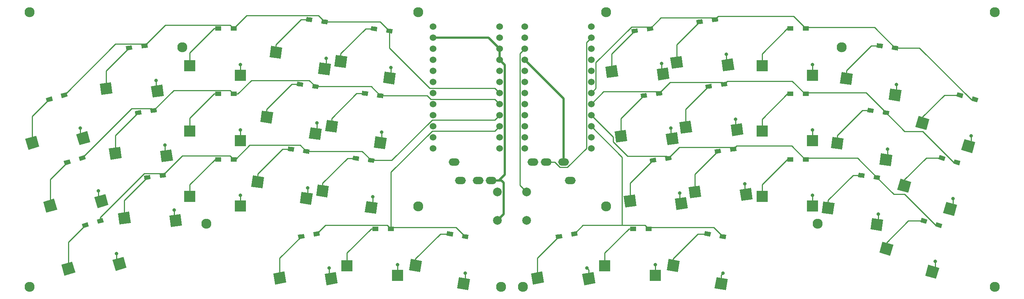
<source format=gbr>
%TF.GenerationSoftware,KiCad,Pcbnew,(5.1.9)-1*%
%TF.CreationDate,2021-03-06T17:12:20-05:00*%
%TF.ProjectId,ya36,79613336-2e6b-4696-9361-645f70636258,rev?*%
%TF.SameCoordinates,Original*%
%TF.FileFunction,Copper,L2,Bot*%
%TF.FilePolarity,Positive*%
%FSLAX46Y46*%
G04 Gerber Fmt 4.6, Leading zero omitted, Abs format (unit mm)*
G04 Created by KiCad (PCBNEW (5.1.9)-1) date 2021-03-06 17:12:20*
%MOMM*%
%LPD*%
G01*
G04 APERTURE LIST*
%TA.AperFunction,ComponentPad*%
%ADD10O,2.500000X1.700000*%
%TD*%
%TA.AperFunction,ComponentPad*%
%ADD11C,2.000000*%
%TD*%
%TA.AperFunction,ComponentPad*%
%ADD12C,1.524000*%
%TD*%
%TA.AperFunction,ComponentPad*%
%ADD13C,2.300000*%
%TD*%
%TA.AperFunction,SMDPad,CuDef*%
%ADD14R,2.600000X2.600000*%
%TD*%
%TA.AperFunction,ComponentPad*%
%ADD15C,0.800000*%
%TD*%
%TA.AperFunction,SMDPad,CuDef*%
%ADD16C,0.100000*%
%TD*%
%TA.AperFunction,SMDPad,CuDef*%
%ADD17R,1.400000X1.000000*%
%TD*%
%TA.AperFunction,Conductor*%
%ADD18C,0.250000*%
%TD*%
%TA.AperFunction,Conductor*%
%ADD19C,0.500000*%
%TD*%
G04 APERTURE END LIST*
D10*
%TO.P,J1,A*%
%TO.N,Net-(J1-PadA)*%
X139200000Y-86400000D03*
%TO.P,J1,D*%
%TO.N,VCC*%
X140700000Y-90600000D03*
%TO.P,J1,C*%
%TO.N,DATA*%
X144700000Y-90600000D03*
%TO.P,J1,B*%
%TO.N,GND*%
X147700000Y-90600000D03*
%TD*%
%TO.P,J2,A*%
%TO.N,Net-(J2-PadA)*%
X165800000Y-90600000D03*
%TO.P,J2,D*%
%TO.N,VDD*%
X164300000Y-86400000D03*
%TO.P,J2,C*%
%TO.N,DATAR*%
X160300000Y-86400000D03*
%TO.P,J2,B*%
%TO.N,GND1*%
X157300000Y-86400000D03*
%TD*%
D11*
%TO.P,SWRST2,1*%
%TO.N,RESETR*%
X155850000Y-93250000D03*
%TO.P,SWRST2,2*%
%TO.N,GND1*%
X155850000Y-99750000D03*
%TD*%
%TO.P,SWRST1,2*%
%TO.N,GND*%
X149150000Y-99750000D03*
%TO.P,SWRST1,1*%
%TO.N,RESET*%
X149150000Y-93250000D03*
%TD*%
D12*
%TO.P,U2,24*%
%TO.N,Net-(U2-Pad24)*%
X155391400Y-55272000D03*
%TO.P,U2,23*%
%TO.N,GND1*%
X155391400Y-57812000D03*
%TO.P,U2,22*%
%TO.N,RESETR*%
X155391400Y-60352000D03*
%TO.P,U2,21*%
%TO.N,VDD*%
X155391400Y-62892000D03*
%TO.P,U2,20*%
%TO.N,Net-(U2-Pad20)*%
X155391400Y-65432000D03*
%TO.P,U2,19*%
%TO.N,COL5R*%
X155391400Y-67972000D03*
%TO.P,U2,18*%
%TO.N,COL4R*%
X155391400Y-70512000D03*
%TO.P,U2,17*%
%TO.N,COL3R*%
X155391400Y-73052000D03*
%TO.P,U2,16*%
%TO.N,COL2R*%
X155391400Y-75592000D03*
%TO.P,U2,15*%
%TO.N,COL1R*%
X155391400Y-78132000D03*
%TO.P,U2,14*%
%TO.N,Net-(U2-Pad14)*%
X155391400Y-80672000D03*
%TO.P,U2,13*%
%TO.N,Net-(U2-Pad13)*%
X155391400Y-83212000D03*
%TO.P,U2,12*%
%TO.N,Net-(U2-Pad12)*%
X170611400Y-83212000D03*
%TO.P,U2,11*%
%TO.N,Net-(U2-Pad11)*%
X170611400Y-80672000D03*
%TO.P,U2,10*%
%TO.N,ROW4R*%
X170611400Y-78132000D03*
%TO.P,U2,9*%
%TO.N,ROW3R*%
X170611400Y-75592000D03*
%TO.P,U2,8*%
%TO.N,ROW2R*%
X170611400Y-73052000D03*
%TO.P,U2,7*%
%TO.N,ROW1R*%
X170611400Y-70512000D03*
%TO.P,U2,6*%
%TO.N,Net-(U2-Pad6)*%
X170611400Y-67972000D03*
%TO.P,U2,5*%
%TO.N,Net-(U2-Pad5)*%
X170611400Y-65432000D03*
%TO.P,U2,4*%
%TO.N,GND1*%
X170611400Y-62892000D03*
%TO.P,U2,3*%
X170611400Y-60352000D03*
%TO.P,U2,2*%
%TO.N,DATAR*%
X170611400Y-57812000D03*
%TO.P,U2,1*%
%TO.N,Net-(U2-Pad1)*%
X170611400Y-55272000D03*
%TD*%
%TO.P,U1,24*%
%TO.N,Net-(U1-Pad24)*%
X134391400Y-55272000D03*
%TO.P,U1,23*%
%TO.N,GND*%
X134391400Y-57812000D03*
%TO.P,U1,22*%
%TO.N,RESET*%
X134391400Y-60352000D03*
%TO.P,U1,21*%
%TO.N,VCC*%
X134391400Y-62892000D03*
%TO.P,U1,20*%
%TO.N,Net-(U1-Pad20)*%
X134391400Y-65432000D03*
%TO.P,U1,19*%
%TO.N,COL1*%
X134391400Y-67972000D03*
%TO.P,U1,18*%
%TO.N,COL2*%
X134391400Y-70512000D03*
%TO.P,U1,17*%
%TO.N,COL3*%
X134391400Y-73052000D03*
%TO.P,U1,16*%
%TO.N,COL4*%
X134391400Y-75592000D03*
%TO.P,U1,15*%
%TO.N,COL5*%
X134391400Y-78132000D03*
%TO.P,U1,14*%
%TO.N,Net-(U1-Pad14)*%
X134391400Y-80672000D03*
%TO.P,U1,13*%
%TO.N,Net-(U1-Pad13)*%
X134391400Y-83212000D03*
%TO.P,U1,12*%
%TO.N,Net-(U1-Pad12)*%
X149611400Y-83212000D03*
%TO.P,U1,11*%
%TO.N,Net-(U1-Pad11)*%
X149611400Y-80672000D03*
%TO.P,U1,10*%
%TO.N,ROW4*%
X149611400Y-78132000D03*
%TO.P,U1,9*%
%TO.N,ROW3*%
X149611400Y-75592000D03*
%TO.P,U1,8*%
%TO.N,ROW2*%
X149611400Y-73052000D03*
%TO.P,U1,7*%
%TO.N,ROW1*%
X149611400Y-70512000D03*
%TO.P,U1,6*%
%TO.N,Net-(U1-Pad6)*%
X149611400Y-67972000D03*
%TO.P,U1,5*%
%TO.N,Net-(U1-Pad5)*%
X149611400Y-65432000D03*
%TO.P,U1,4*%
%TO.N,GND*%
X149611400Y-62892000D03*
%TO.P,U1,3*%
X149611400Y-60352000D03*
%TO.P,U1,2*%
%TO.N,DATA*%
X149611400Y-57812000D03*
%TO.P,U1,1*%
%TO.N,Net-(U1-Pad1)*%
X149611400Y-55272000D03*
%TD*%
D13*
%TO.P,Ref\u002A\u002A,*%
%TO.N,*%
X263000000Y-52000000D03*
%TD*%
%TO.P,Ref\u002A\u002A,*%
%TO.N,*%
X263000000Y-115000000D03*
%TD*%
%TO.P,Ref\u002A\u002A,*%
%TO.N,*%
X155000000Y-115000000D03*
%TD*%
%TO.P,Ref\u002A\u002A,*%
%TO.N,*%
X222500000Y-100500000D03*
%TD*%
%TO.P,Ref\u002A\u002A,*%
%TO.N,*%
X174000000Y-96500000D03*
%TD*%
%TO.P,Ref\u002A\u002A,*%
%TO.N,*%
X228000000Y-60000000D03*
%TD*%
%TO.P,Ref\u002A\u002A,*%
%TO.N,*%
X174000000Y-52000000D03*
%TD*%
%TO.P,Ref\u002A\u002A,*%
%TO.N,*%
X77000000Y-60000000D03*
%TD*%
%TO.P,Ref\u002A\u002A,*%
%TO.N,*%
X131000000Y-96500000D03*
%TD*%
%TO.P,Ref\u002A\u002A,*%
%TO.N,*%
X82500000Y-100500000D03*
%TD*%
%TO.P,Ref\u002A\u002A,*%
%TO.N,*%
X131000000Y-52000000D03*
%TD*%
%TO.P,Ref\u002A\u002A,*%
%TO.N,*%
X42000000Y-52000000D03*
%TD*%
%TO.P,Ref\u002A\u002A,*%
%TO.N,*%
X42000000Y-115000000D03*
%TD*%
%TO.P,Ref\u002A\u002A,*%
%TO.N,*%
X150000000Y-115000000D03*
%TD*%
D14*
%TO.P,SW13,2*%
%TO.N,Net-(D13-Pad2)*%
X78725000Y-94250000D03*
%TO.P,SW13,1*%
%TO.N,COL3*%
X90275000Y-96450000D03*
D15*
X90275000Y-94000000D03*
%TD*%
%TA.AperFunction,SMDPad,CuDef*%
D16*
%TO.P,SW12,2*%
%TO.N,Net-(D12-Pad2)*%
G36*
X62634893Y-100687458D02*
G01*
X62273042Y-98112761D01*
X64847739Y-97750910D01*
X65209590Y-100325607D01*
X62634893Y-100687458D01*
G37*
%TD.AperFunction*%
%TA.AperFunction,SMDPad,CuDef*%
%TO.P,SW12,1*%
%TO.N,COL2*%
G36*
X74378670Y-101258598D02*
G01*
X74016819Y-98683901D01*
X76591516Y-98322050D01*
X76953367Y-100896747D01*
X74378670Y-101258598D01*
G37*
%TD.AperFunction*%
D15*
X75144119Y-97364167D03*
%TD*%
%TA.AperFunction,SMDPad,CuDef*%
D16*
%TO.P,D19,2*%
%TO.N,Net-(D19-Pad2)*%
G36*
X255853961Y-70738139D02*
G01*
X255578324Y-71699401D01*
X254232557Y-71313509D01*
X254508194Y-70352247D01*
X255853961Y-70738139D01*
G37*
%TD.AperFunction*%
%TA.AperFunction,SMDPad,CuDef*%
%TO.P,D19,1*%
%TO.N,ROW1R*%
G36*
X259266441Y-71716651D02*
G01*
X258990804Y-72677913D01*
X257645037Y-72292021D01*
X257920674Y-71330759D01*
X259266441Y-71716651D01*
G37*
%TD.AperFunction*%
%TD*%
%TA.AperFunction,SMDPad,CuDef*%
%TO.P,D11,2*%
%TO.N,Net-(D11-Pad2)*%
G36*
X55348446Y-100168610D02*
G01*
X55624083Y-101129872D01*
X54278316Y-101515764D01*
X54002679Y-100554502D01*
X55348446Y-100168610D01*
G37*
%TD.AperFunction*%
%TA.AperFunction,SMDPad,CuDef*%
%TO.P,D11,1*%
%TO.N,ROW3*%
G36*
X58760926Y-99190098D02*
G01*
X59036563Y-100151360D01*
X57690796Y-100537252D01*
X57415159Y-99575990D01*
X58760926Y-99190098D01*
G37*
%TD.AperFunction*%
%TD*%
%TA.AperFunction,SMDPad,CuDef*%
%TO.P,SW14,2*%
%TO.N,Net-(D14-Pad2)*%
G36*
X92786168Y-92022292D02*
G01*
X93148019Y-89447595D01*
X95722716Y-89809446D01*
X95360865Y-92384143D01*
X92786168Y-92022292D01*
G37*
%TD.AperFunction*%
%TA.AperFunction,SMDPad,CuDef*%
%TO.P,SW14,1*%
%TO.N,COL4*%
G36*
X103917583Y-95808331D02*
G01*
X104279434Y-93233634D01*
X106854131Y-93595485D01*
X106492280Y-96170182D01*
X103917583Y-95808331D01*
G37*
%TD.AperFunction*%
D15*
X105726831Y-92275751D03*
%TD*%
%TA.AperFunction,SMDPad,CuDef*%
D16*
%TO.P,D27,2*%
%TO.N,Net-(D27-Pad2)*%
G36*
X198146397Y-68450704D02*
G01*
X198285570Y-69440972D01*
X196899195Y-69635814D01*
X196760022Y-68645546D01*
X198146397Y-68450704D01*
G37*
%TD.AperFunction*%
%TA.AperFunction,SMDPad,CuDef*%
%TO.P,D27,1*%
%TO.N,ROW2R*%
G36*
X201661849Y-67956640D02*
G01*
X201801022Y-68946908D01*
X200414647Y-69141750D01*
X200275474Y-68151482D01*
X201661849Y-67956640D01*
G37*
%TD.AperFunction*%
%TD*%
%TA.AperFunction,SMDPad,CuDef*%
%TO.P,D1,2*%
%TO.N,Net-(D1-Pad2)*%
G36*
X47079325Y-71330759D02*
G01*
X47354962Y-72292021D01*
X46009195Y-72677913D01*
X45733558Y-71716651D01*
X47079325Y-71330759D01*
G37*
%TD.AperFunction*%
%TA.AperFunction,SMDPad,CuDef*%
%TO.P,D1,1*%
%TO.N,ROW1*%
G36*
X50491805Y-70352247D02*
G01*
X50767442Y-71313509D01*
X49421675Y-71699401D01*
X49146038Y-70738139D01*
X50491805Y-70352247D01*
G37*
%TD.AperFunction*%
%TD*%
%TA.AperFunction,SMDPad,CuDef*%
%TO.P,D2,2*%
%TO.N,Net-(D2-Pad2)*%
G36*
X65443494Y-59596682D02*
G01*
X65582667Y-60586950D01*
X64196292Y-60781792D01*
X64057119Y-59791524D01*
X65443494Y-59596682D01*
G37*
%TD.AperFunction*%
%TA.AperFunction,SMDPad,CuDef*%
%TO.P,D2,1*%
%TO.N,ROW1*%
G36*
X68958946Y-59102618D02*
G01*
X69098119Y-60092886D01*
X67711744Y-60287728D01*
X67572571Y-59297460D01*
X68958946Y-59102618D01*
G37*
%TD.AperFunction*%
%TD*%
D17*
%TO.P,D3,2*%
%TO.N,Net-(D3-Pad2)*%
X85225000Y-55750000D03*
%TO.P,D3,1*%
%TO.N,ROW1*%
X88775000Y-55750000D03*
%TD*%
%TA.AperFunction,SMDPad,CuDef*%
D16*
%TO.P,D4,2*%
%TO.N,Net-(D4-Pad2)*%
G36*
X106812122Y-53297460D02*
G01*
X106672949Y-54287728D01*
X105286574Y-54092886D01*
X105425747Y-53102618D01*
X106812122Y-53297460D01*
G37*
%TD.AperFunction*%
%TA.AperFunction,SMDPad,CuDef*%
%TO.P,D4,1*%
%TO.N,ROW1*%
G36*
X110327574Y-53791524D02*
G01*
X110188401Y-54781792D01*
X108802026Y-54586950D01*
X108941199Y-53596682D01*
X110327574Y-53791524D01*
G37*
%TD.AperFunction*%
%TD*%
%TA.AperFunction,SMDPad,CuDef*%
%TO.P,D5,2*%
%TO.N,Net-(D5-Pad2)*%
G36*
X121666143Y-55385057D02*
G01*
X121526970Y-56375325D01*
X120140595Y-56180483D01*
X120279768Y-55190215D01*
X121666143Y-55385057D01*
G37*
%TD.AperFunction*%
%TA.AperFunction,SMDPad,CuDef*%
%TO.P,D5,1*%
%TO.N,ROW1*%
G36*
X125181595Y-55879121D02*
G01*
X125042422Y-56869389D01*
X123656047Y-56674547D01*
X123795220Y-55684279D01*
X125181595Y-55879121D01*
G37*
%TD.AperFunction*%
%TD*%
%TA.AperFunction,SMDPad,CuDef*%
%TO.P,D6,2*%
%TO.N,Net-(D6-Pad2)*%
G36*
X51213886Y-85749684D02*
G01*
X51489523Y-86710946D01*
X50143756Y-87096838D01*
X49868119Y-86135576D01*
X51213886Y-85749684D01*
G37*
%TD.AperFunction*%
%TA.AperFunction,SMDPad,CuDef*%
%TO.P,D6,1*%
%TO.N,ROW2*%
G36*
X54626366Y-84771172D02*
G01*
X54902003Y-85732434D01*
X53556236Y-86118326D01*
X53280599Y-85157064D01*
X54626366Y-84771172D01*
G37*
%TD.AperFunction*%
%TD*%
%TA.AperFunction,SMDPad,CuDef*%
%TO.P,D7,2*%
%TO.N,Net-(D7-Pad2)*%
G36*
X67531090Y-74450702D02*
G01*
X67670263Y-75440970D01*
X66283888Y-75635812D01*
X66144715Y-74645544D01*
X67531090Y-74450702D01*
G37*
%TD.AperFunction*%
%TA.AperFunction,SMDPad,CuDef*%
%TO.P,D7,1*%
%TO.N,ROW2*%
G36*
X71046542Y-73956638D02*
G01*
X71185715Y-74946906D01*
X69799340Y-75141748D01*
X69660167Y-74151480D01*
X71046542Y-73956638D01*
G37*
%TD.AperFunction*%
%TD*%
D17*
%TO.P,D8,2*%
%TO.N,Net-(D8-Pad2)*%
X85225000Y-70750000D03*
%TO.P,D8,1*%
%TO.N,ROW2*%
X88775000Y-70750000D03*
%TD*%
%TA.AperFunction,SMDPad,CuDef*%
D16*
%TO.P,D9,2*%
%TO.N,Net-(D9-Pad2)*%
G36*
X104724526Y-68151482D02*
G01*
X104585353Y-69141750D01*
X103198978Y-68946908D01*
X103338151Y-67956640D01*
X104724526Y-68151482D01*
G37*
%TD.AperFunction*%
%TA.AperFunction,SMDPad,CuDef*%
%TO.P,D9,1*%
%TO.N,ROW2*%
G36*
X108239978Y-68645546D02*
G01*
X108100805Y-69635814D01*
X106714430Y-69440972D01*
X106853603Y-68450704D01*
X108239978Y-68645546D01*
G37*
%TD.AperFunction*%
%TD*%
%TA.AperFunction,SMDPad,CuDef*%
%TO.P,D10,2*%
%TO.N,Net-(D10-Pad2)*%
G36*
X119578547Y-70239077D02*
G01*
X119439374Y-71229345D01*
X118052999Y-71034503D01*
X118192172Y-70044235D01*
X119578547Y-70239077D01*
G37*
%TD.AperFunction*%
%TA.AperFunction,SMDPad,CuDef*%
%TO.P,D10,1*%
%TO.N,ROW2*%
G36*
X123093999Y-70733141D02*
G01*
X122954826Y-71723409D01*
X121568451Y-71528567D01*
X121707624Y-70538299D01*
X123093999Y-70733141D01*
G37*
%TD.AperFunction*%
%TD*%
%TA.AperFunction,SMDPad,CuDef*%
%TO.P,D12,2*%
%TO.N,Net-(D12-Pad2)*%
G36*
X69618687Y-89304724D02*
G01*
X69757860Y-90294992D01*
X68371485Y-90489834D01*
X68232312Y-89499566D01*
X69618687Y-89304724D01*
G37*
%TD.AperFunction*%
%TA.AperFunction,SMDPad,CuDef*%
%TO.P,D12,1*%
%TO.N,ROW3*%
G36*
X73134139Y-88810660D02*
G01*
X73273312Y-89800928D01*
X71886937Y-89995770D01*
X71747764Y-89005502D01*
X73134139Y-88810660D01*
G37*
%TD.AperFunction*%
%TD*%
D17*
%TO.P,D13,2*%
%TO.N,Net-(D13-Pad2)*%
X85225000Y-85750000D03*
%TO.P,D13,1*%
%TO.N,ROW3*%
X88775000Y-85750000D03*
%TD*%
%TA.AperFunction,SMDPad,CuDef*%
D16*
%TO.P,D14,2*%
%TO.N,Net-(D14-Pad2)*%
G36*
X102636929Y-83005502D02*
G01*
X102497756Y-83995770D01*
X101111381Y-83800928D01*
X101250554Y-82810660D01*
X102636929Y-83005502D01*
G37*
%TD.AperFunction*%
%TA.AperFunction,SMDPad,CuDef*%
%TO.P,D14,1*%
%TO.N,ROW3*%
G36*
X106152381Y-83499566D02*
G01*
X106013208Y-84489834D01*
X104626833Y-84294992D01*
X104766006Y-83304724D01*
X106152381Y-83499566D01*
G37*
%TD.AperFunction*%
%TD*%
%TA.AperFunction,SMDPad,CuDef*%
%TO.P,D15,2*%
%TO.N,Net-(D15-Pad2)*%
G36*
X117490950Y-85093098D02*
G01*
X117351777Y-86083366D01*
X115965402Y-85888524D01*
X116104575Y-84898256D01*
X117490950Y-85093098D01*
G37*
%TD.AperFunction*%
%TA.AperFunction,SMDPad,CuDef*%
%TO.P,D15,1*%
%TO.N,ROW3*%
G36*
X121006402Y-85587162D02*
G01*
X120867229Y-86577430D01*
X119480854Y-86382588D01*
X119620027Y-85392320D01*
X121006402Y-85587162D01*
G37*
%TD.AperFunction*%
%TD*%
%TA.AperFunction,SMDPad,CuDef*%
%TO.P,D16,2*%
%TO.N,Net-(D16-Pad2)*%
G36*
X104841259Y-102845160D02*
G01*
X105014908Y-103829968D01*
X103636177Y-104073076D01*
X103462528Y-103088268D01*
X104841259Y-102845160D01*
G37*
%TD.AperFunction*%
%TA.AperFunction,SMDPad,CuDef*%
%TO.P,D16,1*%
%TO.N,ROW4*%
G36*
X108337327Y-102228708D02*
G01*
X108510976Y-103213516D01*
X107132245Y-103456624D01*
X106958596Y-102471816D01*
X108337327Y-102228708D01*
G37*
%TD.AperFunction*%
%TD*%
D17*
%TO.P,D17,2*%
%TO.N,Net-(D17-Pad2)*%
X121225000Y-101662426D03*
%TO.P,D17,1*%
%TO.N,ROW4*%
X124775000Y-101662426D03*
%TD*%
%TA.AperFunction,SMDPad,CuDef*%
D16*
%TO.P,D18,2*%
%TO.N,Net-(D18-Pad2)*%
G36*
X139041404Y-102471816D02*
G01*
X138867755Y-103456624D01*
X137489024Y-103213516D01*
X137662673Y-102228708D01*
X139041404Y-102471816D01*
G37*
%TD.AperFunction*%
%TA.AperFunction,SMDPad,CuDef*%
%TO.P,D18,1*%
%TO.N,ROW4*%
G36*
X142537472Y-103088268D02*
G01*
X142363823Y-104073076D01*
X140985092Y-103829968D01*
X141158741Y-102845160D01*
X142537472Y-103088268D01*
G37*
%TD.AperFunction*%
%TD*%
%TA.AperFunction,SMDPad,CuDef*%
%TO.P,D20,2*%
%TO.N,Net-(D20-Pad2)*%
G36*
X237427428Y-59297460D02*
G01*
X237288255Y-60287728D01*
X235901880Y-60092886D01*
X236041053Y-59102618D01*
X237427428Y-59297460D01*
G37*
%TD.AperFunction*%
%TA.AperFunction,SMDPad,CuDef*%
%TO.P,D20,1*%
%TO.N,ROW1R*%
G36*
X240942880Y-59791524D02*
G01*
X240803707Y-60781792D01*
X239417332Y-60586950D01*
X239556505Y-59596682D01*
X240942880Y-59791524D01*
G37*
%TD.AperFunction*%
%TD*%
D17*
%TO.P,D21,2*%
%TO.N,Net-(D21-Pad2)*%
X216225000Y-55750000D03*
%TO.P,D21,1*%
%TO.N,ROW1R*%
X219775000Y-55750000D03*
%TD*%
%TA.AperFunction,SMDPad,CuDef*%
D16*
%TO.P,D22,2*%
%TO.N,Net-(D22-Pad2)*%
G36*
X196058801Y-53596682D02*
G01*
X196197974Y-54586950D01*
X194811599Y-54781792D01*
X194672426Y-53791524D01*
X196058801Y-53596682D01*
G37*
%TD.AperFunction*%
%TA.AperFunction,SMDPad,CuDef*%
%TO.P,D22,1*%
%TO.N,ROW1R*%
G36*
X199574253Y-53102618D02*
G01*
X199713426Y-54092886D01*
X198327051Y-54287728D01*
X198187878Y-53297460D01*
X199574253Y-53102618D01*
G37*
%TD.AperFunction*%
%TD*%
%TA.AperFunction,SMDPad,CuDef*%
%TO.P,D23,2*%
%TO.N,Net-(D23-Pad2)*%
G36*
X181204780Y-55684279D02*
G01*
X181343953Y-56674547D01*
X179957578Y-56869389D01*
X179818405Y-55879121D01*
X181204780Y-55684279D01*
G37*
%TD.AperFunction*%
%TA.AperFunction,SMDPad,CuDef*%
%TO.P,D23,1*%
%TO.N,ROW1R*%
G36*
X184720232Y-55190215D02*
G01*
X184859405Y-56180483D01*
X183473030Y-56375325D01*
X183333857Y-55385057D01*
X184720232Y-55190215D01*
G37*
%TD.AperFunction*%
%TD*%
%TA.AperFunction,SMDPad,CuDef*%
%TO.P,D24,2*%
%TO.N,Net-(D24-Pad2)*%
G36*
X251719400Y-85157064D02*
G01*
X251443763Y-86118326D01*
X250097996Y-85732434D01*
X250373633Y-84771172D01*
X251719400Y-85157064D01*
G37*
%TD.AperFunction*%
%TA.AperFunction,SMDPad,CuDef*%
%TO.P,D24,1*%
%TO.N,ROW2R*%
G36*
X255131880Y-86135576D02*
G01*
X254856243Y-87096838D01*
X253510476Y-86710946D01*
X253786113Y-85749684D01*
X255131880Y-86135576D01*
G37*
%TD.AperFunction*%
%TD*%
%TA.AperFunction,SMDPad,CuDef*%
%TO.P,D25,2*%
%TO.N,Net-(D25-Pad2)*%
G36*
X235339832Y-74151480D02*
G01*
X235200659Y-75141748D01*
X233814284Y-74946906D01*
X233953457Y-73956638D01*
X235339832Y-74151480D01*
G37*
%TD.AperFunction*%
%TA.AperFunction,SMDPad,CuDef*%
%TO.P,D25,1*%
%TO.N,ROW2R*%
G36*
X238855284Y-74645544D02*
G01*
X238716111Y-75635812D01*
X237329736Y-75440970D01*
X237468909Y-74450702D01*
X238855284Y-74645544D01*
G37*
%TD.AperFunction*%
%TD*%
D17*
%TO.P,D26,2*%
%TO.N,Net-(D26-Pad2)*%
X216225000Y-70750000D03*
%TO.P,D26,1*%
%TO.N,ROW2R*%
X219775000Y-70750000D03*
%TD*%
%TA.AperFunction,SMDPad,CuDef*%
D16*
%TO.P,D28,2*%
%TO.N,Net-(D28-Pad2)*%
G36*
X183292376Y-70538299D02*
G01*
X183431549Y-71528567D01*
X182045174Y-71723409D01*
X181906001Y-70733141D01*
X183292376Y-70538299D01*
G37*
%TD.AperFunction*%
%TA.AperFunction,SMDPad,CuDef*%
%TO.P,D28,1*%
%TO.N,ROW2R*%
G36*
X186807828Y-70044235D02*
G01*
X186947001Y-71034503D01*
X185560626Y-71229345D01*
X185421453Y-70239077D01*
X186807828Y-70044235D01*
G37*
%TD.AperFunction*%
%TD*%
%TA.AperFunction,SMDPad,CuDef*%
%TO.P,D29,2*%
%TO.N,Net-(D29-Pad2)*%
G36*
X247584840Y-99575990D02*
G01*
X247309203Y-100537252D01*
X245963436Y-100151360D01*
X246239073Y-99190098D01*
X247584840Y-99575990D01*
G37*
%TD.AperFunction*%
%TA.AperFunction,SMDPad,CuDef*%
%TO.P,D29,1*%
%TO.N,ROW3R*%
G36*
X250997320Y-100554502D02*
G01*
X250721683Y-101515764D01*
X249375916Y-101129872D01*
X249651553Y-100168610D01*
X250997320Y-100554502D01*
G37*
%TD.AperFunction*%
%TD*%
%TA.AperFunction,SMDPad,CuDef*%
%TO.P,D30,2*%
%TO.N,Net-(D30-Pad2)*%
G36*
X233252235Y-89005502D02*
G01*
X233113062Y-89995770D01*
X231726687Y-89800928D01*
X231865860Y-88810660D01*
X233252235Y-89005502D01*
G37*
%TD.AperFunction*%
%TA.AperFunction,SMDPad,CuDef*%
%TO.P,D30,1*%
%TO.N,ROW3R*%
G36*
X236767687Y-89499566D02*
G01*
X236628514Y-90489834D01*
X235242139Y-90294992D01*
X235381312Y-89304724D01*
X236767687Y-89499566D01*
G37*
%TD.AperFunction*%
%TD*%
D17*
%TO.P,D31,2*%
%TO.N,Net-(D31-Pad2)*%
X216225000Y-85750000D03*
%TO.P,D31,1*%
%TO.N,ROW3R*%
X219775000Y-85750000D03*
%TD*%
%TA.AperFunction,SMDPad,CuDef*%
D16*
%TO.P,D32,2*%
%TO.N,Net-(D32-Pad2)*%
G36*
X200233994Y-83304724D02*
G01*
X200373167Y-84294992D01*
X198986792Y-84489834D01*
X198847619Y-83499566D01*
X200233994Y-83304724D01*
G37*
%TD.AperFunction*%
%TA.AperFunction,SMDPad,CuDef*%
%TO.P,D32,1*%
%TO.N,ROW3R*%
G36*
X203749446Y-82810660D02*
G01*
X203888619Y-83800928D01*
X202502244Y-83995770D01*
X202363071Y-83005502D01*
X203749446Y-82810660D01*
G37*
%TD.AperFunction*%
%TD*%
%TA.AperFunction,SMDPad,CuDef*%
%TO.P,D33,2*%
%TO.N,Net-(D33-Pad2)*%
G36*
X185379973Y-85392320D02*
G01*
X185519146Y-86382588D01*
X184132771Y-86577430D01*
X183993598Y-85587162D01*
X185379973Y-85392320D01*
G37*
%TD.AperFunction*%
%TA.AperFunction,SMDPad,CuDef*%
%TO.P,D33,1*%
%TO.N,ROW3R*%
G36*
X188895425Y-84898256D02*
G01*
X189034598Y-85888524D01*
X187648223Y-86083366D01*
X187509050Y-85093098D01*
X188895425Y-84898256D01*
G37*
%TD.AperFunction*%
%TD*%
%TA.AperFunction,SMDPad,CuDef*%
%TO.P,D34,2*%
%TO.N,Net-(D34-Pad2)*%
G36*
X198041404Y-102471816D02*
G01*
X197867755Y-103456624D01*
X196489024Y-103213516D01*
X196662673Y-102228708D01*
X198041404Y-102471816D01*
G37*
%TD.AperFunction*%
%TA.AperFunction,SMDPad,CuDef*%
%TO.P,D34,1*%
%TO.N,ROW4R*%
G36*
X201537472Y-103088268D02*
G01*
X201363823Y-104073076D01*
X199985092Y-103829968D01*
X200158741Y-102845160D01*
X201537472Y-103088268D01*
G37*
%TD.AperFunction*%
%TD*%
D17*
%TO.P,D35,2*%
%TO.N,Net-(D35-Pad2)*%
X180225000Y-101662426D03*
%TO.P,D35,1*%
%TO.N,ROW4R*%
X183775000Y-101662426D03*
%TD*%
%TA.AperFunction,SMDPad,CuDef*%
D16*
%TO.P,D36,2*%
%TO.N,Net-(D36-Pad2)*%
G36*
X163841259Y-102845160D02*
G01*
X164014908Y-103829968D01*
X162636177Y-104073076D01*
X162462528Y-103088268D01*
X163841259Y-102845160D01*
G37*
%TD.AperFunction*%
%TA.AperFunction,SMDPad,CuDef*%
%TO.P,D36,1*%
%TO.N,ROW4R*%
G36*
X167337327Y-102228708D02*
G01*
X167510976Y-103213516D01*
X166132245Y-103456624D01*
X165958596Y-102471816D01*
X167337327Y-102228708D01*
G37*
%TD.AperFunction*%
%TD*%
%TA.AperFunction,SMDPad,CuDef*%
%TO.P,SW1,2*%
%TO.N,Net-(D1-Pad2)*%
G36*
X41747666Y-83574673D02*
G01*
X41031009Y-81075392D01*
X43530290Y-80358735D01*
X44246947Y-82858016D01*
X41747666Y-83574673D01*
G37*
%TD.AperFunction*%
%TA.AperFunction,SMDPad,CuDef*%
%TO.P,SW1,1*%
%TO.N,COL1*%
G36*
X53456640Y-82505838D02*
G01*
X52739983Y-80006557D01*
X55239264Y-79289900D01*
X55955921Y-81789181D01*
X53456640Y-82505838D01*
G37*
%TD.AperFunction*%
D15*
X53672641Y-78542778D03*
%TD*%
%TA.AperFunction,SMDPad,CuDef*%
D16*
%TO.P,SW2,2*%
%TO.N,Net-(D2-Pad2)*%
G36*
X58459700Y-70979416D02*
G01*
X58097849Y-68404719D01*
X60672546Y-68042868D01*
X61034397Y-70617565D01*
X58459700Y-70979416D01*
G37*
%TD.AperFunction*%
%TA.AperFunction,SMDPad,CuDef*%
%TO.P,SW2,1*%
%TO.N,COL2*%
G36*
X70203477Y-71550556D02*
G01*
X69841626Y-68975859D01*
X72416323Y-68614008D01*
X72778174Y-71188705D01*
X70203477Y-71550556D01*
G37*
%TD.AperFunction*%
D15*
X70968926Y-67656125D03*
%TD*%
D14*
%TO.P,SW3,2*%
%TO.N,Net-(D3-Pad2)*%
X78725000Y-64250000D03*
%TO.P,SW3,1*%
%TO.N,COL3*%
X90275000Y-66450000D03*
D15*
X90275000Y-64000000D03*
%TD*%
%TA.AperFunction,SMDPad,CuDef*%
D16*
%TO.P,SW4,2*%
%TO.N,Net-(D4-Pad2)*%
G36*
X96961361Y-62314250D02*
G01*
X97323212Y-59739553D01*
X99897909Y-60101404D01*
X99536058Y-62676101D01*
X96961361Y-62314250D01*
G37*
%TD.AperFunction*%
%TA.AperFunction,SMDPad,CuDef*%
%TO.P,SW4,1*%
%TO.N,COL4*%
G36*
X108092776Y-66100289D02*
G01*
X108454627Y-63525592D01*
X111029324Y-63887443D01*
X110667473Y-66462140D01*
X108092776Y-66100289D01*
G37*
%TD.AperFunction*%
D15*
X109902024Y-62567709D03*
%TD*%
%TA.AperFunction,SMDPad,CuDef*%
D16*
%TO.P,SW5,2*%
%TO.N,Net-(D5-Pad2)*%
G36*
X111815382Y-64401847D02*
G01*
X112177233Y-61827150D01*
X114751930Y-62189001D01*
X114390079Y-64763698D01*
X111815382Y-64401847D01*
G37*
%TD.AperFunction*%
%TA.AperFunction,SMDPad,CuDef*%
%TO.P,SW5,1*%
%TO.N,COL5*%
G36*
X122946797Y-68187886D02*
G01*
X123308648Y-65613189D01*
X125883345Y-65975040D01*
X125521494Y-68549737D01*
X122946797Y-68187886D01*
G37*
%TD.AperFunction*%
D15*
X124756045Y-64655306D03*
%TD*%
%TA.AperFunction,SMDPad,CuDef*%
D16*
%TO.P,SW6,2*%
%TO.N,Net-(D6-Pad2)*%
G36*
X45882227Y-97993598D02*
G01*
X45165570Y-95494317D01*
X47664851Y-94777660D01*
X48381508Y-97276941D01*
X45882227Y-97993598D01*
G37*
%TD.AperFunction*%
%TA.AperFunction,SMDPad,CuDef*%
%TO.P,SW6,1*%
%TO.N,COL1*%
G36*
X57591201Y-96924763D02*
G01*
X56874544Y-94425482D01*
X59373825Y-93708825D01*
X60090482Y-96208106D01*
X57591201Y-96924763D01*
G37*
%TD.AperFunction*%
D15*
X57807202Y-92961703D03*
%TD*%
%TA.AperFunction,SMDPad,CuDef*%
D16*
%TO.P,SW7,2*%
%TO.N,Net-(D7-Pad2)*%
G36*
X60547296Y-85833436D02*
G01*
X60185445Y-83258739D01*
X62760142Y-82896888D01*
X63121993Y-85471585D01*
X60547296Y-85833436D01*
G37*
%TD.AperFunction*%
%TA.AperFunction,SMDPad,CuDef*%
%TO.P,SW7,1*%
%TO.N,COL2*%
G36*
X72291073Y-86404576D02*
G01*
X71929222Y-83829879D01*
X74503919Y-83468028D01*
X74865770Y-86042725D01*
X72291073Y-86404576D01*
G37*
%TD.AperFunction*%
D15*
X73056522Y-82510145D03*
%TD*%
D14*
%TO.P,SW8,2*%
%TO.N,Net-(D8-Pad2)*%
X78725000Y-79250000D03*
%TO.P,SW8,1*%
%TO.N,COL3*%
X90275000Y-81450000D03*
D15*
X90275000Y-79000000D03*
%TD*%
%TA.AperFunction,SMDPad,CuDef*%
D16*
%TO.P,SW9,2*%
%TO.N,Net-(D9-Pad2)*%
G36*
X94873765Y-77168272D02*
G01*
X95235616Y-74593575D01*
X97810313Y-74955426D01*
X97448462Y-77530123D01*
X94873765Y-77168272D01*
G37*
%TD.AperFunction*%
%TA.AperFunction,SMDPad,CuDef*%
%TO.P,SW9,1*%
%TO.N,COL4*%
G36*
X106005180Y-80954311D02*
G01*
X106367031Y-78379614D01*
X108941728Y-78741465D01*
X108579877Y-81316162D01*
X106005180Y-80954311D01*
G37*
%TD.AperFunction*%
D15*
X107814428Y-77421731D03*
%TD*%
%TA.AperFunction,SMDPad,CuDef*%
D16*
%TO.P,SW10,2*%
%TO.N,Net-(D10-Pad2)*%
G36*
X109727786Y-79255867D02*
G01*
X110089637Y-76681170D01*
X112664334Y-77043021D01*
X112302483Y-79617718D01*
X109727786Y-79255867D01*
G37*
%TD.AperFunction*%
%TA.AperFunction,SMDPad,CuDef*%
%TO.P,SW10,1*%
%TO.N,COL5*%
G36*
X120859201Y-83041906D02*
G01*
X121221052Y-80467209D01*
X123795749Y-80829060D01*
X123433898Y-83403757D01*
X120859201Y-83041906D01*
G37*
%TD.AperFunction*%
D15*
X122668449Y-79509326D03*
%TD*%
%TA.AperFunction,SMDPad,CuDef*%
D16*
%TO.P,SW11,2*%
%TO.N,Net-(D11-Pad2)*%
G36*
X50016787Y-112412524D02*
G01*
X49300130Y-109913243D01*
X51799411Y-109196586D01*
X52516068Y-111695867D01*
X50016787Y-112412524D01*
G37*
%TD.AperFunction*%
%TA.AperFunction,SMDPad,CuDef*%
%TO.P,SW11,1*%
%TO.N,COL1*%
G36*
X61725761Y-111343689D02*
G01*
X61009104Y-108844408D01*
X63508385Y-108127751D01*
X64225042Y-110627032D01*
X61725761Y-111343689D01*
G37*
%TD.AperFunction*%
D15*
X61941762Y-107380629D03*
%TD*%
%TA.AperFunction,SMDPad,CuDef*%
D16*
%TO.P,SW15,2*%
%TO.N,Net-(D15-Pad2)*%
G36*
X107640189Y-94109888D02*
G01*
X108002040Y-91535191D01*
X110576737Y-91897042D01*
X110214886Y-94471739D01*
X107640189Y-94109888D01*
G37*
%TD.AperFunction*%
%TA.AperFunction,SMDPad,CuDef*%
%TO.P,SW15,1*%
%TO.N,COL5*%
G36*
X118771604Y-97895927D02*
G01*
X119133455Y-95321230D01*
X121708152Y-95683081D01*
X121346301Y-98257778D01*
X118771604Y-97895927D01*
G37*
%TD.AperFunction*%
D15*
X120580852Y-94363347D03*
%TD*%
%TA.AperFunction,SMDPad,CuDef*%
D16*
%TO.P,SW16,2*%
%TO.N,Net-(D16-Pad2)*%
G36*
X98258971Y-114464690D02*
G01*
X97807485Y-111904190D01*
X100367985Y-111452704D01*
X100819471Y-114013204D01*
X98258971Y-114464690D01*
G37*
%TD.AperFunction*%
%TA.AperFunction,SMDPad,CuDef*%
%TO.P,SW16,1*%
%TO.N,COL3*%
G36*
X110015526Y-114625630D02*
G01*
X109564040Y-112065130D01*
X112124540Y-111613644D01*
X112576026Y-114174144D01*
X110015526Y-114625630D01*
G37*
%TD.AperFunction*%
D15*
X110644595Y-110706858D03*
%TD*%
D14*
%TO.P,SW17,2*%
%TO.N,Net-(D17-Pad2)*%
X114725000Y-110162426D03*
%TO.P,SW17,1*%
%TO.N,COL4*%
X126275000Y-112362426D03*
D15*
X126275000Y-109912426D03*
%TD*%
%TA.AperFunction,SMDPad,CuDef*%
D16*
%TO.P,SW18,2*%
%TO.N,Net-(D18-Pad2)*%
G36*
X128881962Y-111139326D02*
G01*
X129333448Y-108578826D01*
X131893948Y-109030312D01*
X131442462Y-111590812D01*
X128881962Y-111139326D01*
G37*
%TD.AperFunction*%
%TA.AperFunction,SMDPad,CuDef*%
%TO.P,SW18,1*%
%TO.N,COL5*%
G36*
X139874466Y-115311540D02*
G01*
X140325952Y-112751040D01*
X142886452Y-113202526D01*
X142434966Y-115763026D01*
X139874466Y-115311540D01*
G37*
%TD.AperFunction*%
D15*
X141805897Y-111844254D03*
%TD*%
%TA.AperFunction,SMDPad,CuDef*%
D16*
%TO.P,SW19,2*%
%TO.N,Net-(D19-Pad2)*%
G36*
X244844172Y-78296218D02*
G01*
X245560829Y-75796937D01*
X248060110Y-76513594D01*
X247343453Y-79012875D01*
X244844172Y-78296218D01*
G37*
%TD.AperFunction*%
%TA.AperFunction,SMDPad,CuDef*%
%TO.P,SW19,1*%
%TO.N,COL5R*%
G36*
X255340343Y-83594605D02*
G01*
X256057000Y-81095324D01*
X258556281Y-81811981D01*
X257839624Y-84311262D01*
X255340343Y-83594605D01*
G37*
%TD.AperFunction*%
D15*
X257623623Y-80348202D03*
%TD*%
%TA.AperFunction,SMDPad,CuDef*%
D16*
%TO.P,SW20,2*%
%TO.N,Net-(D20-Pad2)*%
G36*
X227576667Y-68314250D02*
G01*
X227938518Y-65739553D01*
X230513215Y-66101404D01*
X230151364Y-68676101D01*
X227576667Y-68314250D01*
G37*
%TD.AperFunction*%
%TA.AperFunction,SMDPad,CuDef*%
%TO.P,SW20,1*%
%TO.N,COL4R*%
G36*
X238708082Y-72100289D02*
G01*
X239069933Y-69525592D01*
X241644630Y-69887443D01*
X241282779Y-72462140D01*
X238708082Y-72100289D01*
G37*
%TD.AperFunction*%
D15*
X240517330Y-68567709D03*
%TD*%
D14*
%TO.P,SW21,2*%
%TO.N,Net-(D21-Pad2)*%
X209725000Y-64250000D03*
%TO.P,SW21,1*%
%TO.N,COL3R*%
X221275000Y-66450000D03*
D15*
X221275000Y-64000000D03*
%TD*%
%TA.AperFunction,SMDPad,CuDef*%
D16*
%TO.P,SW22,2*%
%TO.N,Net-(D22-Pad2)*%
G36*
X189075007Y-64979416D02*
G01*
X188713156Y-62404719D01*
X191287853Y-62042868D01*
X191649704Y-64617565D01*
X189075007Y-64979416D01*
G37*
%TD.AperFunction*%
%TA.AperFunction,SMDPad,CuDef*%
%TO.P,SW22,1*%
%TO.N,COL2R*%
G36*
X200818784Y-65550556D02*
G01*
X200456933Y-62975859D01*
X203031630Y-62614008D01*
X203393481Y-65188705D01*
X200818784Y-65550556D01*
G37*
%TD.AperFunction*%
D15*
X201584233Y-61656125D03*
%TD*%
%TA.AperFunction,SMDPad,CuDef*%
D16*
%TO.P,SW23,2*%
%TO.N,Net-(D23-Pad2)*%
G36*
X174220986Y-67067013D02*
G01*
X173859135Y-64492316D01*
X176433832Y-64130465D01*
X176795683Y-66705162D01*
X174220986Y-67067013D01*
G37*
%TD.AperFunction*%
%TA.AperFunction,SMDPad,CuDef*%
%TO.P,SW23,1*%
%TO.N,COL1R*%
G36*
X185964763Y-67638153D02*
G01*
X185602912Y-65063456D01*
X188177609Y-64701605D01*
X188539460Y-67276302D01*
X185964763Y-67638153D01*
G37*
%TD.AperFunction*%
D15*
X186730212Y-63743722D03*
%TD*%
%TA.AperFunction,SMDPad,CuDef*%
D16*
%TO.P,SW24,2*%
%TO.N,Net-(D24-Pad2)*%
G36*
X240709611Y-92715143D02*
G01*
X241426268Y-90215862D01*
X243925549Y-90932519D01*
X243208892Y-93431800D01*
X240709611Y-92715143D01*
G37*
%TD.AperFunction*%
%TA.AperFunction,SMDPad,CuDef*%
%TO.P,SW24,1*%
%TO.N,COL5R*%
G36*
X251205782Y-98013530D02*
G01*
X251922439Y-95514249D01*
X254421720Y-96230906D01*
X253705063Y-98730187D01*
X251205782Y-98013530D01*
G37*
%TD.AperFunction*%
D15*
X253489062Y-94767127D03*
%TD*%
%TA.AperFunction,SMDPad,CuDef*%
D16*
%TO.P,SW25,2*%
%TO.N,Net-(D25-Pad2)*%
G36*
X225489071Y-83168270D02*
G01*
X225850922Y-80593573D01*
X228425619Y-80955424D01*
X228063768Y-83530121D01*
X225489071Y-83168270D01*
G37*
%TD.AperFunction*%
%TA.AperFunction,SMDPad,CuDef*%
%TO.P,SW25,1*%
%TO.N,COL4R*%
G36*
X236620486Y-86954309D02*
G01*
X236982337Y-84379612D01*
X239557034Y-84741463D01*
X239195183Y-87316160D01*
X236620486Y-86954309D01*
G37*
%TD.AperFunction*%
D15*
X238429734Y-83421729D03*
%TD*%
D14*
%TO.P,SW26,2*%
%TO.N,Net-(D26-Pad2)*%
X209725000Y-79250000D03*
%TO.P,SW26,1*%
%TO.N,COL3R*%
X221275000Y-81450000D03*
D15*
X221275000Y-79000000D03*
%TD*%
%TA.AperFunction,SMDPad,CuDef*%
D16*
%TO.P,SW27,2*%
%TO.N,Net-(D27-Pad2)*%
G36*
X191162603Y-79833438D02*
G01*
X190800752Y-77258741D01*
X193375449Y-76896890D01*
X193737300Y-79471587D01*
X191162603Y-79833438D01*
G37*
%TD.AperFunction*%
%TA.AperFunction,SMDPad,CuDef*%
%TO.P,SW27,1*%
%TO.N,COL2R*%
G36*
X202906380Y-80404578D02*
G01*
X202544529Y-77829881D01*
X205119226Y-77468030D01*
X205481077Y-80042727D01*
X202906380Y-80404578D01*
G37*
%TD.AperFunction*%
D15*
X203671829Y-76510147D03*
%TD*%
%TA.AperFunction,SMDPad,CuDef*%
D16*
%TO.P,SW28,2*%
%TO.N,Net-(D28-Pad2)*%
G36*
X176308582Y-81921033D02*
G01*
X175946731Y-79346336D01*
X178521428Y-78984485D01*
X178883279Y-81559182D01*
X176308582Y-81921033D01*
G37*
%TD.AperFunction*%
%TA.AperFunction,SMDPad,CuDef*%
%TO.P,SW28,1*%
%TO.N,COL1R*%
G36*
X188052359Y-82492173D02*
G01*
X187690508Y-79917476D01*
X190265205Y-79555625D01*
X190627056Y-82130322D01*
X188052359Y-82492173D01*
G37*
%TD.AperFunction*%
D15*
X188817808Y-78597742D03*
%TD*%
%TA.AperFunction,SMDPad,CuDef*%
D16*
%TO.P,SW29,2*%
%TO.N,Net-(D29-Pad2)*%
G36*
X236575051Y-107134069D02*
G01*
X237291708Y-104634788D01*
X239790989Y-105351445D01*
X239074332Y-107850726D01*
X236575051Y-107134069D01*
G37*
%TD.AperFunction*%
%TA.AperFunction,SMDPad,CuDef*%
%TO.P,SW29,1*%
%TO.N,COL5R*%
G36*
X247071222Y-112432456D02*
G01*
X247787879Y-109933175D01*
X250287160Y-110649832D01*
X249570503Y-113149113D01*
X247071222Y-112432456D01*
G37*
%TD.AperFunction*%
D15*
X249354502Y-109186053D03*
%TD*%
%TA.AperFunction,SMDPad,CuDef*%
D16*
%TO.P,SW30,2*%
%TO.N,Net-(D30-Pad2)*%
G36*
X223401474Y-98022292D02*
G01*
X223763325Y-95447595D01*
X226338022Y-95809446D01*
X225976171Y-98384143D01*
X223401474Y-98022292D01*
G37*
%TD.AperFunction*%
%TA.AperFunction,SMDPad,CuDef*%
%TO.P,SW30,1*%
%TO.N,COL4R*%
G36*
X234532889Y-101808331D02*
G01*
X234894740Y-99233634D01*
X237469437Y-99595485D01*
X237107586Y-102170182D01*
X234532889Y-101808331D01*
G37*
%TD.AperFunction*%
D15*
X236342137Y-98275751D03*
%TD*%
D14*
%TO.P,SW31,2*%
%TO.N,Net-(D31-Pad2)*%
X209725000Y-94250000D03*
%TO.P,SW31,1*%
%TO.N,COL3R*%
X221275000Y-96450000D03*
D15*
X221275000Y-94000000D03*
%TD*%
%TA.AperFunction,SMDPad,CuDef*%
D16*
%TO.P,SW32,2*%
%TO.N,Net-(D32-Pad2)*%
G36*
X193250200Y-94687458D02*
G01*
X192888349Y-92112761D01*
X195463046Y-91750910D01*
X195824897Y-94325607D01*
X193250200Y-94687458D01*
G37*
%TD.AperFunction*%
%TA.AperFunction,SMDPad,CuDef*%
%TO.P,SW32,1*%
%TO.N,COL2R*%
G36*
X204993977Y-95258598D02*
G01*
X204632126Y-92683901D01*
X207206823Y-92322050D01*
X207568674Y-94896747D01*
X204993977Y-95258598D01*
G37*
%TD.AperFunction*%
D15*
X205759426Y-91364167D03*
%TD*%
%TA.AperFunction,SMDPad,CuDef*%
D16*
%TO.P,SW33,2*%
%TO.N,Net-(D33-Pad2)*%
G36*
X178396179Y-96775054D02*
G01*
X178034328Y-94200357D01*
X180609025Y-93838506D01*
X180970876Y-96413203D01*
X178396179Y-96775054D01*
G37*
%TD.AperFunction*%
%TA.AperFunction,SMDPad,CuDef*%
%TO.P,SW33,1*%
%TO.N,COL1R*%
G36*
X190139956Y-97346194D02*
G01*
X189778105Y-94771497D01*
X192352802Y-94409646D01*
X192714653Y-96984343D01*
X190139956Y-97346194D01*
G37*
%TD.AperFunction*%
D15*
X190905405Y-93451763D03*
%TD*%
%TA.AperFunction,SMDPad,CuDef*%
D16*
%TO.P,SW34,2*%
%TO.N,Net-(D34-Pad2)*%
G36*
X187881962Y-111139326D02*
G01*
X188333448Y-108578826D01*
X190893948Y-109030312D01*
X190442462Y-111590812D01*
X187881962Y-111139326D01*
G37*
%TD.AperFunction*%
%TA.AperFunction,SMDPad,CuDef*%
%TO.P,SW34,1*%
%TO.N,COL3R*%
G36*
X198874466Y-115311540D02*
G01*
X199325952Y-112751040D01*
X201886452Y-113202526D01*
X201434966Y-115763026D01*
X198874466Y-115311540D01*
G37*
%TD.AperFunction*%
D15*
X200805897Y-111844254D03*
%TD*%
D14*
%TO.P,SW35,2*%
%TO.N,Net-(D35-Pad2)*%
X173725000Y-110162426D03*
%TO.P,SW35,1*%
%TO.N,COL2R*%
X185275000Y-112362426D03*
D15*
X185275000Y-109912426D03*
%TD*%
%TA.AperFunction,SMDPad,CuDef*%
D16*
%TO.P,SW36,2*%
%TO.N,Net-(D36-Pad2)*%
G36*
X157258971Y-114464690D02*
G01*
X156807485Y-111904190D01*
X159367985Y-111452704D01*
X159819471Y-114013204D01*
X157258971Y-114464690D01*
G37*
%TD.AperFunction*%
%TA.AperFunction,SMDPad,CuDef*%
%TO.P,SW36,1*%
%TO.N,COL1R*%
G36*
X169015526Y-114625630D02*
G01*
X168564040Y-112065130D01*
X171124540Y-111613644D01*
X171576026Y-114174144D01*
X169015526Y-114625630D01*
G37*
%TD.AperFunction*%
D15*
X169644595Y-110706858D03*
%TD*%
D18*
%TO.N,ROW1*%
X67911844Y-59271672D02*
X68335345Y-59695173D01*
X61710892Y-59271672D02*
X67911844Y-59271672D01*
X49956740Y-71025824D02*
X61710892Y-59271672D01*
X87949999Y-54924999D02*
X88775000Y-55750000D01*
X73105519Y-54924999D02*
X87949999Y-54924999D01*
X68335345Y-59695173D02*
X73105519Y-54924999D01*
X108153171Y-52777608D02*
X109564800Y-54189237D01*
X91747392Y-52777608D02*
X108153171Y-52777608D01*
X88775000Y-55750000D02*
X91747392Y-52777608D01*
X122331224Y-54189237D02*
X124418821Y-56276834D01*
X109564800Y-54189237D02*
X122331224Y-54189237D01*
X148524399Y-69424999D02*
X149611400Y-70512000D01*
X133632134Y-69424999D02*
X148524399Y-69424999D01*
X124418821Y-60211686D02*
X133632134Y-69424999D01*
X124418821Y-56276834D02*
X124418821Y-60211686D01*
%TO.N,Net-(D1-Pad2)*%
X42638978Y-75909618D02*
X42638978Y-81966704D01*
X46544260Y-72004336D02*
X42638978Y-75909618D01*
%TO.N,Net-(D2-Pad2)*%
X59566123Y-65443007D02*
X64819893Y-60189237D01*
X59566123Y-69511142D02*
X59566123Y-65443007D01*
%TO.N,Net-(D3-Pad2)*%
X84275000Y-55750000D02*
X85225000Y-55750000D01*
X78725000Y-61300000D02*
X84275000Y-55750000D01*
X78725000Y-64250000D02*
X78725000Y-61300000D01*
%TO.N,Net-(D4-Pad2)*%
X104144548Y-53695173D02*
X106049348Y-53695173D01*
X98429635Y-59410086D02*
X104144548Y-53695173D01*
X98429635Y-61207827D02*
X98429635Y-59410086D01*
%TO.N,Net-(D5-Pad2)*%
X118998569Y-55782770D02*
X120903369Y-55782770D01*
X113283656Y-61497683D02*
X118998569Y-55782770D01*
X113283656Y-63295424D02*
X113283656Y-61497683D01*
%TO.N,Net-(D6-Pad2)*%
X46773539Y-90328543D02*
X46773539Y-96385629D01*
X50678821Y-86423261D02*
X46773539Y-90328543D01*
%TO.N,ROW2*%
X69999440Y-74125692D02*
X70422941Y-74549193D01*
X65410358Y-74125692D02*
X69999440Y-74125692D01*
X54091301Y-85444749D02*
X65410358Y-74125692D01*
X87949999Y-69924999D02*
X88775000Y-70750000D01*
X75047135Y-69924999D02*
X87949999Y-69924999D01*
X70422941Y-74549193D02*
X75047135Y-69924999D01*
X106065575Y-67631630D02*
X107477204Y-69043259D01*
X92843370Y-67631630D02*
X106065575Y-67631630D01*
X89725000Y-70750000D02*
X92843370Y-67631630D01*
X88775000Y-70750000D02*
X89725000Y-70750000D01*
X120243630Y-69043259D02*
X122331225Y-71130854D01*
X107477204Y-69043259D02*
X120243630Y-69043259D01*
X133869639Y-71964999D02*
X148524399Y-71964999D01*
X148524399Y-71964999D02*
X149611400Y-73052000D01*
X133035494Y-71130854D02*
X133869639Y-71964999D01*
X122331225Y-71130854D02*
X133035494Y-71130854D01*
%TO.N,Net-(D7-Pad2)*%
X61653719Y-80297027D02*
X66907489Y-75043257D01*
X61653719Y-84365162D02*
X61653719Y-80297027D01*
%TO.N,Net-(D8-Pad2)*%
X84275000Y-70750000D02*
X85225000Y-70750000D01*
X78725000Y-76300000D02*
X84275000Y-70750000D01*
X78725000Y-79250000D02*
X78725000Y-76300000D01*
%TO.N,Net-(D9-Pad2)*%
X102056952Y-68549195D02*
X103961752Y-68549195D01*
X96342039Y-74264108D02*
X102056952Y-68549195D01*
X96342039Y-76061849D02*
X96342039Y-74264108D01*
%TO.N,Net-(D10-Pad2)*%
X116910973Y-70636790D02*
X118815773Y-70636790D01*
X111196060Y-76351703D02*
X116910973Y-70636790D01*
X111196060Y-78149444D02*
X111196060Y-76351703D01*
%TO.N,Net-(D11-Pad2)*%
X50908099Y-104747469D02*
X50908099Y-110804555D01*
X54813381Y-100842187D02*
X50908099Y-104747469D01*
%TO.N,ROW3*%
X72067842Y-88960519D02*
X72510538Y-89403215D01*
X68311723Y-88960519D02*
X72067842Y-88960519D01*
X58225861Y-99046381D02*
X68311723Y-88960519D01*
X58225861Y-99863675D02*
X58225861Y-99046381D01*
X87949999Y-84924999D02*
X88775000Y-85750000D01*
X76988754Y-84924999D02*
X87949999Y-84924999D01*
X72510538Y-89403215D02*
X76988754Y-84924999D01*
X89160002Y-85750000D02*
X88775000Y-85750000D01*
X92424352Y-82485650D02*
X89160002Y-85750000D01*
X103977978Y-82485650D02*
X92424352Y-82485650D01*
X105389607Y-83897279D02*
X103977978Y-82485650D01*
X118156032Y-83897279D02*
X120243628Y-85984875D01*
X105389607Y-83897279D02*
X118156032Y-83897279D01*
X148524399Y-76679001D02*
X149611400Y-75592000D01*
X134235637Y-76679001D02*
X148524399Y-76679001D01*
X124929763Y-85984875D02*
X134235637Y-76679001D01*
X120243628Y-85984875D02*
X124929763Y-85984875D01*
%TO.N,Net-(D12-Pad2)*%
X63741316Y-95151049D02*
X68995086Y-89897279D01*
X63741316Y-99219184D02*
X63741316Y-95151049D01*
%TO.N,Net-(D13-Pad2)*%
X84509666Y-85750000D02*
X85225000Y-85750000D01*
X78725000Y-91534666D02*
X84509666Y-85750000D01*
X78725000Y-94250000D02*
X78725000Y-91534666D01*
%TO.N,Net-(D14-Pad2)*%
X94254442Y-89118128D02*
X99969355Y-83403215D01*
X99969355Y-83403215D02*
X101874155Y-83403215D01*
X94254442Y-90915869D02*
X94254442Y-89118128D01*
%TO.N,Net-(D15-Pad2)*%
X114823376Y-85490811D02*
X116728176Y-85490811D01*
X109108463Y-91205724D02*
X114823376Y-85490811D01*
X109108463Y-93003465D02*
X109108463Y-91205724D01*
%TO.N,ROW4*%
X123949999Y-100837425D02*
X124775000Y-101662426D01*
X109740027Y-100837425D02*
X123949999Y-100837425D01*
X107734786Y-102842666D02*
X109740027Y-100837425D01*
X139694289Y-101392125D02*
X141761282Y-103459118D01*
X125045301Y-101392125D02*
X139694289Y-101392125D01*
X124775000Y-101662426D02*
X125045301Y-101392125D01*
X148524399Y-79219001D02*
X149611400Y-78132000D01*
X134235637Y-79219001D02*
X148524399Y-79219001D01*
X124775000Y-88679638D02*
X134235637Y-79219001D01*
X124775000Y-101662426D02*
X124775000Y-88679638D01*
%TO.N,Net-(D16-Pad2)*%
X99313478Y-108384358D02*
X104238718Y-103459118D01*
X99313478Y-112958697D02*
X99313478Y-108384358D01*
%TO.N,Net-(D17-Pad2)*%
X120275000Y-101662426D02*
X121225000Y-101662426D01*
X114725000Y-107212426D02*
X120275000Y-101662426D01*
X114725000Y-110162426D02*
X114725000Y-107212426D01*
%TO.N,Net-(D18-Pad2)*%
X136062641Y-102842666D02*
X138265214Y-102842666D01*
X130387955Y-108517352D02*
X136062641Y-102842666D01*
X130387955Y-110084819D02*
X130387955Y-108517352D01*
%TO.N,ROW1R*%
X257579794Y-72004336D02*
X258455739Y-72004336D01*
X245764695Y-60189237D02*
X257579794Y-72004336D01*
X240180106Y-60189237D02*
X245764695Y-60189237D01*
X235470568Y-55479699D02*
X240180106Y-60189237D01*
X220045301Y-55479699D02*
X235470568Y-55479699D01*
X219775000Y-55750000D02*
X220045301Y-55479699D01*
X216965069Y-52940069D02*
X219775000Y-55750000D01*
X199705756Y-52940069D02*
X216965069Y-52940069D01*
X198950652Y-53695173D02*
X199705756Y-52940069D01*
X198527151Y-53271672D02*
X198950652Y-53695173D01*
X186607729Y-53271672D02*
X198527151Y-53271672D01*
X184096631Y-55782770D02*
X186607729Y-53271672D01*
X183673130Y-55359269D02*
X184096631Y-55782770D01*
X171698401Y-63539489D02*
X179878621Y-55359269D01*
X171698401Y-69424999D02*
X171698401Y-63539489D01*
X179878621Y-55359269D02*
X183673130Y-55359269D01*
X170611400Y-70512000D02*
X171698401Y-69424999D01*
%TO.N,Net-(D19-Pad2)*%
X251478834Y-71025824D02*
X255043259Y-71025824D01*
X246452141Y-76052517D02*
X251478834Y-71025824D01*
X246452141Y-77404906D02*
X246452141Y-76052517D01*
%TO.N,Net-(D20-Pad2)*%
X234759854Y-59695173D02*
X236664654Y-59695173D01*
X229044941Y-65410086D02*
X234759854Y-59695173D01*
X229044941Y-67207827D02*
X229044941Y-65410086D01*
%TO.N,Net-(D21-Pad2)*%
X215509666Y-55750000D02*
X216225000Y-55750000D01*
X209725000Y-61534666D02*
X215509666Y-55750000D01*
X209725000Y-64250000D02*
X209725000Y-61534666D01*
%TO.N,Net-(D22-Pad2)*%
X190181430Y-59443007D02*
X195435200Y-54189237D01*
X190181430Y-63511142D02*
X190181430Y-59443007D01*
%TO.N,Net-(D23-Pad2)*%
X175327409Y-61530604D02*
X180581179Y-56276834D01*
X175327409Y-65598739D02*
X175327409Y-61530604D01*
%TO.N,Net-(D24-Pad2)*%
X247344273Y-85444749D02*
X250908698Y-85444749D01*
X242317580Y-90471442D02*
X247344273Y-85444749D01*
X242317580Y-91823831D02*
X242317580Y-90471442D01*
%TO.N,ROW2R*%
X246507593Y-79337885D02*
X242387138Y-79337885D01*
X242387138Y-79337885D02*
X238092510Y-75043257D01*
X253592969Y-86423261D02*
X246507593Y-79337885D01*
X254321178Y-86423261D02*
X253592969Y-86423261D01*
X233528952Y-70479699D02*
X238092510Y-75043257D01*
X220045301Y-70479699D02*
X233528952Y-70479699D01*
X219775000Y-70750000D02*
X220045301Y-70479699D01*
X219598998Y-70750000D02*
X219775000Y-70750000D01*
X216643089Y-67794091D02*
X219598998Y-70750000D01*
X201793352Y-67794091D02*
X216643089Y-67794091D01*
X201038248Y-68549195D02*
X201793352Y-67794091D01*
X200595552Y-68106499D02*
X201038248Y-68549195D01*
X188714518Y-68106499D02*
X200595552Y-68106499D01*
X186184227Y-70636790D02*
X188714518Y-68106499D01*
X185741531Y-70194094D02*
X186184227Y-70636790D01*
X173469306Y-70194094D02*
X185741531Y-70194094D01*
X170611400Y-73052000D02*
X173469306Y-70194094D01*
%TO.N,Net-(D25-Pad2)*%
X232672258Y-74549193D02*
X234577058Y-74549193D01*
X226957345Y-80264106D02*
X232672258Y-74549193D01*
X226957345Y-82061847D02*
X226957345Y-80264106D01*
%TO.N,Net-(D26-Pad2)*%
X215509666Y-70750000D02*
X216225000Y-70750000D01*
X209725000Y-76534666D02*
X215509666Y-70750000D01*
X209725000Y-79250000D02*
X209725000Y-76534666D01*
%TO.N,Net-(D27-Pad2)*%
X192269026Y-74297029D02*
X197522796Y-69043259D01*
X192269026Y-78365164D02*
X192269026Y-74297029D01*
%TO.N,Net-(D28-Pad2)*%
X177415005Y-76384624D02*
X182668775Y-71130854D01*
X177415005Y-80452759D02*
X177415005Y-76384624D01*
%TO.N,Net-(D29-Pad2)*%
X243209713Y-99863675D02*
X246774138Y-99863675D01*
X238183020Y-104890368D02*
X243209713Y-99863675D01*
X238183020Y-106242757D02*
X238183020Y-104890368D01*
%TO.N,ROW3R*%
X242373032Y-93756810D02*
X239864444Y-93756810D01*
X249458409Y-100842187D02*
X242373032Y-93756810D01*
X239864444Y-93756810D02*
X236004913Y-89897279D01*
X250186618Y-100842187D02*
X249458409Y-100842187D01*
X231587333Y-85479699D02*
X236004913Y-89897279D01*
X220045301Y-85479699D02*
X231587333Y-85479699D01*
X219775000Y-85750000D02*
X220045301Y-85479699D01*
X219598998Y-85750000D02*
X219775000Y-85750000D01*
X216497109Y-82648111D02*
X219598998Y-85750000D01*
X203880949Y-82648111D02*
X216497109Y-82648111D01*
X203125845Y-83403215D02*
X203880949Y-82648111D01*
X202683149Y-82960519D02*
X203125845Y-83403215D01*
X190802116Y-82960519D02*
X202683149Y-82960519D01*
X188271824Y-85490811D02*
X190802116Y-82960519D01*
X187829128Y-85048115D02*
X188271824Y-85490811D01*
X178976029Y-85048115D02*
X187829128Y-85048115D01*
X175621721Y-81693807D02*
X178976029Y-85048115D01*
X175621721Y-80602321D02*
X175621721Y-81693807D01*
X170611400Y-75592000D02*
X175621721Y-80602321D01*
%TO.N,Net-(D30-Pad2)*%
X230584661Y-89403215D02*
X232489461Y-89403215D01*
X224869748Y-95118128D02*
X230584661Y-89403215D01*
X224869748Y-96915869D02*
X224869748Y-95118128D01*
%TO.N,Net-(D31-Pad2)*%
X215509666Y-85750000D02*
X216225000Y-85750000D01*
X209725000Y-91534666D02*
X215509666Y-85750000D01*
X209725000Y-94250000D02*
X209725000Y-91534666D01*
%TO.N,Net-(D32-Pad2)*%
X194356623Y-89151049D02*
X199610393Y-83897279D01*
X194356623Y-93219184D02*
X194356623Y-89151049D01*
%TO.N,Net-(D33-Pad2)*%
X179502602Y-91238645D02*
X184756372Y-85984875D01*
X179502602Y-95306780D02*
X179502602Y-91238645D01*
%TO.N,ROW4R*%
X182949999Y-100837425D02*
X183775000Y-101662426D01*
X166734786Y-102842666D02*
X168740027Y-100837425D01*
X198694289Y-101392125D02*
X200761282Y-103459118D01*
X184045301Y-101392125D02*
X198694289Y-101392125D01*
X183775000Y-101662426D02*
X184045301Y-101392125D01*
X177709318Y-100790532D02*
X177662425Y-100837425D01*
X177709318Y-85229918D02*
X177709318Y-100790532D01*
X170611400Y-78132000D02*
X177709318Y-85229918D01*
X177662425Y-100837425D02*
X182949999Y-100837425D01*
X168740027Y-100837425D02*
X177662425Y-100837425D01*
%TO.N,Net-(D34-Pad2)*%
X195062641Y-102842666D02*
X197265214Y-102842666D01*
X189387955Y-108517352D02*
X195062641Y-102842666D01*
X189387955Y-110084819D02*
X189387955Y-108517352D01*
%TO.N,Net-(D35-Pad2)*%
X179275000Y-101662426D02*
X180225000Y-101662426D01*
X173725000Y-107212426D02*
X179275000Y-101662426D01*
X173725000Y-110162426D02*
X173725000Y-107212426D01*
%TO.N,Net-(D36-Pad2)*%
X158313478Y-108384358D02*
X163238718Y-103459118D01*
X158313478Y-112958697D02*
X158313478Y-108384358D01*
%TO.N,GND*%
X148769002Y-90600000D02*
X147700000Y-90600000D01*
D19*
X147071400Y-57812000D02*
X149611400Y-60352000D01*
X134391400Y-57812000D02*
X147071400Y-57812000D01*
X149611400Y-60352000D02*
X149611400Y-62892000D01*
X149450000Y-90600000D02*
X147700000Y-90600000D01*
X150823401Y-89226599D02*
X149450000Y-90600000D01*
X150823401Y-64104001D02*
X150823401Y-89226599D01*
X149611400Y-62892000D02*
X150823401Y-64104001D01*
X150600001Y-98299999D02*
X149150000Y-99750000D01*
X150600001Y-91100001D02*
X150600001Y-98299999D01*
X150100000Y-90600000D02*
X150600001Y-91100001D01*
X149450000Y-90600000D02*
X150100000Y-90600000D01*
%TO.N,VDD*%
X164300000Y-71800600D02*
X164300000Y-86400000D01*
X155391400Y-62892000D02*
X164300000Y-71800600D01*
D18*
%TO.N,DATAR*%
X169524399Y-58899001D02*
X170611400Y-57812000D01*
X169524399Y-83237316D02*
X169524399Y-58899001D01*
X165186705Y-87575010D02*
X169524399Y-83237316D01*
X163413295Y-87575010D02*
X165186705Y-87575010D01*
X162238285Y-86400000D02*
X163413295Y-87575010D01*
X160300000Y-86400000D02*
X162238285Y-86400000D01*
%TO.N,COL1*%
X53672641Y-80222558D02*
X54347952Y-80897869D01*
X53672641Y-78542778D02*
X53672641Y-80222558D01*
X57807202Y-94641483D02*
X58482513Y-95316794D01*
X57807202Y-92961703D02*
X57807202Y-94641483D01*
X61941762Y-109060409D02*
X62617073Y-109735720D01*
X61941762Y-107380629D02*
X61941762Y-109060409D01*
%TO.N,COL2*%
X70968926Y-69741308D02*
X71309900Y-70082282D01*
X70968926Y-67656125D02*
X70968926Y-69741308D01*
X73056522Y-84595328D02*
X73397496Y-84936302D01*
X73056522Y-82510145D02*
X73056522Y-84595328D01*
X75144119Y-99449350D02*
X75485093Y-99790324D01*
X75144119Y-97364167D02*
X75144119Y-99449350D01*
%TO.N,COL3*%
X90275000Y-64000000D02*
X90275000Y-66450000D01*
X90275000Y-79000000D02*
X90275000Y-81450000D01*
X90275000Y-94000000D02*
X90275000Y-96450000D01*
X110644595Y-112694199D02*
X111070033Y-113119637D01*
X110644595Y-110706858D02*
X110644595Y-112694199D01*
%TO.N,COL4*%
X109902024Y-64652892D02*
X109561050Y-64993866D01*
X109902024Y-62567709D02*
X109902024Y-64652892D01*
X107814428Y-79506914D02*
X107473454Y-79847888D01*
X107814428Y-77421731D02*
X107814428Y-79506914D01*
X105726831Y-94360934D02*
X105385857Y-94701908D01*
X105726831Y-92275751D02*
X105726831Y-94360934D01*
X126275000Y-109912426D02*
X126275000Y-112362426D01*
%TO.N,COL5*%
X124756045Y-66740489D02*
X124415071Y-67081463D01*
X124756045Y-64655306D02*
X124756045Y-66740489D01*
X122668449Y-81594509D02*
X122327475Y-81935483D01*
X122668449Y-79509326D02*
X122668449Y-81594509D01*
X120580852Y-96448530D02*
X120239878Y-96789504D01*
X120580852Y-94363347D02*
X120580852Y-96448530D01*
X141805897Y-113831595D02*
X141380459Y-114257033D01*
X141805897Y-111844254D02*
X141805897Y-113831595D01*
%TO.N,COL5R*%
X257623623Y-82027982D02*
X256948312Y-82703293D01*
X257623623Y-80348202D02*
X257623623Y-82027982D01*
X253489062Y-96446907D02*
X252813751Y-97122218D01*
X253489062Y-94767127D02*
X253489062Y-96446907D01*
X249354502Y-110865833D02*
X248679191Y-111541144D01*
X249354502Y-109186053D02*
X249354502Y-110865833D01*
%TO.N,COL4R*%
X236342137Y-100360934D02*
X236001163Y-100701908D01*
X236342137Y-98275751D02*
X236342137Y-100360934D01*
X238429734Y-85506912D02*
X238088760Y-85847886D01*
X238429734Y-83421729D02*
X238429734Y-85506912D01*
X240517330Y-70652892D02*
X240176356Y-70993866D01*
X240517330Y-68567709D02*
X240517330Y-70652892D01*
%TO.N,COL3R*%
X221275000Y-64000000D02*
X221275000Y-66450000D01*
X221275000Y-79000000D02*
X221275000Y-81450000D01*
X221275000Y-94000000D02*
X221275000Y-96450000D01*
X200380459Y-112269692D02*
X200805897Y-111844254D01*
X200380459Y-114257033D02*
X200380459Y-112269692D01*
%TO.N,COL2R*%
X205759426Y-93449350D02*
X206100400Y-93790324D01*
X205759426Y-91364167D02*
X205759426Y-93449350D01*
X203671829Y-78595330D02*
X204012803Y-78936304D01*
X203671829Y-76510147D02*
X203671829Y-78595330D01*
X201584233Y-63741308D02*
X201925207Y-64082282D01*
X201584233Y-61656125D02*
X201584233Y-63741308D01*
X185275000Y-112362426D02*
X185275000Y-109912426D01*
%TO.N,COL1R*%
X186730212Y-65828905D02*
X187071186Y-66169879D01*
X186730212Y-63743722D02*
X186730212Y-65828905D01*
X188817808Y-80682925D02*
X189158782Y-81023899D01*
X188817808Y-78597742D02*
X188817808Y-80682925D01*
X190905405Y-95536946D02*
X191246379Y-95877920D01*
X190905405Y-93451763D02*
X190905405Y-95536946D01*
X170070033Y-111132296D02*
X169644595Y-110706858D01*
X170070033Y-113119637D02*
X170070033Y-111132296D01*
%TO.N,RESETR*%
X154304399Y-61439001D02*
X155391400Y-60352000D01*
X154304399Y-91704399D02*
X154304399Y-61439001D01*
X155850000Y-93250000D02*
X154304399Y-91704399D01*
%TD*%
M02*

</source>
